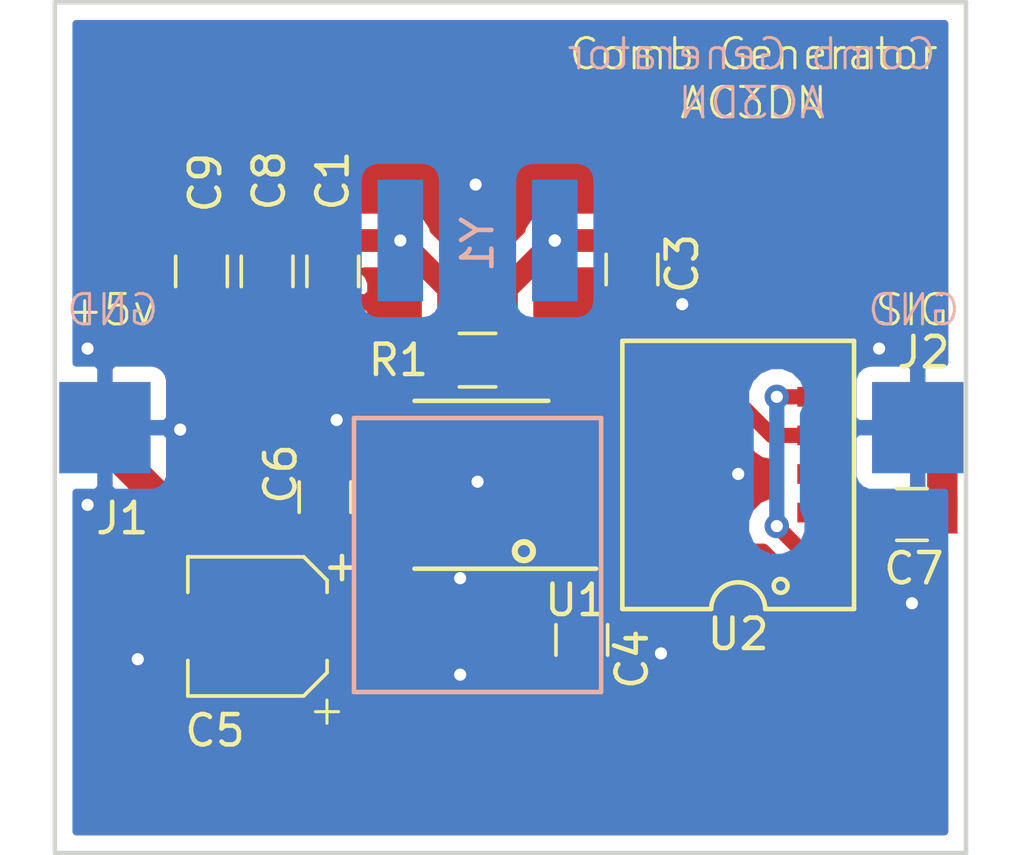
<source format=kicad_pcb>
(kicad_pcb (version 20171130) (host pcbnew "(5.0.1-3-g963ef8bb5)")

  (general
    (thickness 1.6)
    (drawings 12)
    (tracks 82)
    (zones 0)
    (modules 14)
    (nets 21)
  )

  (page A4)
  (layers
    (0 F.Cu signal)
    (31 B.Cu signal)
    (32 B.Adhes user)
    (33 F.Adhes user)
    (34 B.Paste user)
    (35 F.Paste user)
    (36 B.SilkS user)
    (37 F.SilkS user)
    (38 B.Mask user)
    (39 F.Mask user)
    (40 Dwgs.User user)
    (41 Cmts.User user)
    (42 Eco1.User user)
    (43 Eco2.User user)
    (44 Edge.Cuts user)
    (45 Margin user)
    (46 B.CrtYd user)
    (47 F.CrtYd user)
    (48 B.Fab user)
    (49 F.Fab user)
  )

  (setup
    (last_trace_width 0.25)
    (user_trace_width 0.5)
    (user_trace_width 0.75)
    (trace_clearance 0.2)
    (zone_clearance 0.508)
    (zone_45_only no)
    (trace_min 0.2)
    (segment_width 0.2)
    (edge_width 0.15)
    (via_size 0.8)
    (via_drill 0.4)
    (via_min_size 0.4)
    (via_min_drill 0.3)
    (uvia_size 0.3)
    (uvia_drill 0.1)
    (uvias_allowed no)
    (uvia_min_size 0.2)
    (uvia_min_drill 0.1)
    (pcb_text_width 0.3)
    (pcb_text_size 1.5 1.5)
    (mod_edge_width 0.15)
    (mod_text_size 1 1)
    (mod_text_width 0.15)
    (pad_size 1.5 4)
    (pad_drill 0)
    (pad_to_mask_clearance 0.051)
    (solder_mask_min_width 0.25)
    (aux_axis_origin 0 0)
    (visible_elements FFFFFF7F)
    (pcbplotparams
      (layerselection 0x010fc_ffffffff)
      (usegerberextensions true)
      (usegerberattributes false)
      (usegerberadvancedattributes false)
      (creategerberjobfile false)
      (excludeedgelayer true)
      (linewidth 0.100000)
      (plotframeref false)
      (viasonmask false)
      (mode 1)
      (useauxorigin false)
      (hpglpennumber 1)
      (hpglpenspeed 20)
      (hpglpendiameter 15.000000)
      (psnegative false)
      (psa4output false)
      (plotreference true)
      (plotvalue true)
      (plotinvisibletext false)
      (padsonsilk false)
      (subtractmaskfromsilk false)
      (outputformat 1)
      (mirror false)
      (drillshape 0)
      (scaleselection 1)
      (outputdirectory "/Users/r-w/git/KiCad_Projects/CombGenerator/gerber/"))
  )

  (net 0 "")
  (net 1 GND)
  (net 2 "Net-(C1-Pad1)")
  (net 3 /Vcc)
  (net 4 "Net-(C7-Pad1)")
  (net 5 "Net-(C7-Pad2)")
  (net 6 "Net-(U1-Pad15)")
  (net 7 "Net-(U1-Pad14)")
  (net 8 "Net-(U1-Pad13)")
  (net 9 "Net-(U1-Pad9)")
  (net 10 "Net-(U1-Pad7)")
  (net 11 "Net-(U1-Pad6)")
  (net 12 "Net-(U1-Pad5)")
  (net 13 "Net-(U1-Pad4)")
  (net 14 "Net-(U1-Pad3)")
  (net 15 "Net-(U1-Pad2)")
  (net 16 "Net-(U1-Pad1)")
  (net 17 "Net-(U2-Pad2)")
  (net 18 "Net-(U2-Pad4)")
  (net 19 "Net-(U2-Pad10)")
  (net 20 "Net-(C3-Pad1)")

  (net_class Default "This is the default net class."
    (clearance 0.2)
    (trace_width 0.25)
    (via_dia 0.8)
    (via_drill 0.4)
    (uvia_dia 0.3)
    (uvia_drill 0.1)
    (add_net /Vcc)
    (add_net GND)
    (add_net "Net-(C1-Pad1)")
    (add_net "Net-(C3-Pad1)")
    (add_net "Net-(C7-Pad1)")
    (add_net "Net-(C7-Pad2)")
    (add_net "Net-(U1-Pad1)")
    (add_net "Net-(U1-Pad13)")
    (add_net "Net-(U1-Pad14)")
    (add_net "Net-(U1-Pad15)")
    (add_net "Net-(U1-Pad2)")
    (add_net "Net-(U1-Pad3)")
    (add_net "Net-(U1-Pad4)")
    (add_net "Net-(U1-Pad5)")
    (add_net "Net-(U1-Pad6)")
    (add_net "Net-(U1-Pad7)")
    (add_net "Net-(U1-Pad9)")
    (add_net "Net-(U2-Pad10)")
    (add_net "Net-(U2-Pad2)")
    (add_net "Net-(U2-Pad4)")
  )

  (module CombGenerator:Resonator (layer F.Cu) (tedit 5BF51690) (tstamp 5BF4409A)
    (at 134.8105 82.677 180)
    (path /5BF3C2BC)
    (fp_text reference Y1 (at 0 5.588 90) (layer B.SilkS)
      (effects (font (size 1 1) (thickness 0.15)) (justify mirror))
    )
    (fp_text value 400KHz (at 0 -7.366 180) (layer B.Fab)
      (effects (font (size 1 1) (thickness 0.15)))
    )
    (fp_line (start -4.064 -9.144) (end 4.064 -9.144) (layer B.SilkS) (width 0.15))
    (fp_line (start 4.064 -9.144) (end 4.064 -0.127) (layer B.SilkS) (width 0.15))
    (fp_line (start 4.064 -0.127) (end -4.064 -0.127) (layer B.SilkS) (width 0.15))
    (fp_line (start -4.064 -0.127) (end -4.064 -9.144) (layer B.SilkS) (width 0.15))
    (pad 1 smd rect (at -2.54 5.715 180) (size 1.5 4) (layers B.Cu B.Paste B.Mask)
      (net 20 "Net-(C3-Pad1)"))
    (pad 2 smd rect (at 2.54 5.715 180) (size 1.5 4) (layers B.Cu B.Paste B.Mask)
      (net 2 "Net-(C1-Pad1)"))
  )

  (module CombGenerator:74AC00 (layer F.Cu) (tedit 5BF433CF) (tstamp 5BF43AFF)
    (at 143.383 84.6455 90)
    (path /5BF3B62C)
    (fp_text reference U2 (at -5.2705 0) (layer F.SilkS)
      (effects (font (size 1 1) (thickness 0.15)))
    )
    (fp_text value 7400 (at 0 0 90) (layer F.Fab)
      (effects (font (size 1 1) (thickness 0.15)))
    )
    (fp_circle (center -3.683 1.397) (end -3.4925 1.524) (layer F.SilkS) (width 0.15))
    (fp_line (start 4.3815 3.81) (end 4.3815 -3.81) (layer F.SilkS) (width 0.15))
    (fp_line (start -4.445 3.81) (end 4.3815 3.81) (layer F.SilkS) (width 0.15))
    (fp_line (start -4.445 0.889) (end -4.445 3.81) (layer F.SilkS) (width 0.15))
    (fp_line (start -4.445 -3.81) (end 4.318 -3.81) (layer F.SilkS) (width 0.15))
    (fp_line (start -4.445 -0.889) (end -4.445 -3.81) (layer F.SilkS) (width 0.15))
    (fp_arc (start -4.445 0) (end -4.445 0.889) (angle -180) (layer F.SilkS) (width 0.15))
    (pad 14 smd rect (at -3.81 -2.794 90) (size 0.65 1.7) (layers F.Cu F.Paste F.Mask)
      (net 3 /Vcc))
    (pad 13 smd rect (at -2.54 -2.794 90) (size 0.65 1.7) (layers F.Cu F.Paste F.Mask)
      (net 10 "Net-(U1-Pad7)"))
    (pad 12 smd rect (at -1.27 -2.794 90) (size 0.65 1.7) (layers F.Cu F.Paste F.Mask)
      (net 10 "Net-(U1-Pad7)"))
    (pad 11 smd rect (at 0 -2.794 90) (size 0.65 1.7) (layers F.Cu F.Paste F.Mask)
      (net 19 "Net-(U2-Pad10)"))
    (pad 10 smd rect (at 1.27 -2.794 90) (size 0.65 1.7) (layers F.Cu F.Paste F.Mask)
      (net 19 "Net-(U2-Pad10)"))
    (pad 9 smd rect (at 2.54 -2.794 90) (size 0.65 1.7) (layers F.Cu F.Paste F.Mask)
      (net 19 "Net-(U2-Pad10)"))
    (pad 8 smd rect (at 3.81 -2.794 90) (size 0.65 1.7) (layers F.Cu F.Paste F.Mask)
      (net 18 "Net-(U2-Pad4)"))
    (pad 7 smd rect (at 3.81 2.794 90) (size 0.65 1.7) (layers F.Cu F.Paste F.Mask)
      (net 1 GND))
    (pad 6 smd rect (at 2.54 2.794 90) (size 0.65 1.7) (layers F.Cu F.Paste F.Mask)
      (net 17 "Net-(U2-Pad2)"))
    (pad 5 smd rect (at 1.27 2.794 90) (size 0.65 1.7) (layers F.Cu F.Paste F.Mask)
      (net 18 "Net-(U2-Pad4)"))
    (pad 4 smd rect (at 0 2.794 90) (size 0.65 1.7) (layers F.Cu F.Paste F.Mask)
      (net 18 "Net-(U2-Pad4)"))
    (pad 3 smd rect (at -1.27 2.794 90) (size 0.65 1.7) (layers F.Cu F.Paste F.Mask)
      (net 5 "Net-(C7-Pad2)"))
    (pad 2 smd rect (at -2.54 2.794 90) (size 0.65 1.7) (layers F.Cu F.Paste F.Mask)
      (net 17 "Net-(U2-Pad2)"))
    (pad 1 smd rect (at -3.81 2.794 90) (size 0.65 1.7) (layers F.Cu F.Paste F.Mask)
      (net 10 "Net-(U1-Pad7)"))
  )

  (module Capacitors_SMD:C_0805 (layer F.Cu) (tedit 58AA8463) (tstamp 5BF43A45)
    (at 130.048 77.978 270)
    (descr "Capacitor SMD 0805, reflow soldering, AVX (see smccp.pdf)")
    (tags "capacitor 0805")
    (path /5BF3C6EA)
    (attr smd)
    (fp_text reference C1 (at -2.9845 0 270) (layer F.SilkS)
      (effects (font (size 1 1) (thickness 0.15)))
    )
    (fp_text value 180pF (at -4.318 0.0635 270) (layer F.Fab)
      (effects (font (size 1 1) (thickness 0.15)))
    )
    (fp_line (start 1.75 0.87) (end -1.75 0.87) (layer F.CrtYd) (width 0.05))
    (fp_line (start 1.75 0.87) (end 1.75 -0.88) (layer F.CrtYd) (width 0.05))
    (fp_line (start -1.75 -0.88) (end -1.75 0.87) (layer F.CrtYd) (width 0.05))
    (fp_line (start -1.75 -0.88) (end 1.75 -0.88) (layer F.CrtYd) (width 0.05))
    (fp_line (start -0.5 0.85) (end 0.5 0.85) (layer F.SilkS) (width 0.12))
    (fp_line (start 0.5 -0.85) (end -0.5 -0.85) (layer F.SilkS) (width 0.12))
    (fp_line (start -1 -0.62) (end 1 -0.62) (layer F.Fab) (width 0.1))
    (fp_line (start 1 -0.62) (end 1 0.62) (layer F.Fab) (width 0.1))
    (fp_line (start 1 0.62) (end -1 0.62) (layer F.Fab) (width 0.1))
    (fp_line (start -1 0.62) (end -1 -0.62) (layer F.Fab) (width 0.1))
    (fp_text user %R (at -2.9845 0.0635 270) (layer F.Fab)
      (effects (font (size 1 1) (thickness 0.15)))
    )
    (pad 2 smd rect (at 1 0 270) (size 1 1.25) (layers F.Cu F.Paste F.Mask)
      (net 1 GND))
    (pad 1 smd rect (at -1 0 270) (size 1 1.25) (layers F.Cu F.Paste F.Mask)
      (net 2 "Net-(C1-Pad1)"))
    (model Capacitors_SMD.3dshapes/C_0805.wrl
      (at (xyz 0 0 0))
      (scale (xyz 1 1 1))
      (rotate (xyz 0 0 0))
    )
  )

  (module Capacitors_SMD:C_0805 (layer F.Cu) (tedit 58AA8463) (tstamp 5BF43A61)
    (at 139.8905 77.9145 270)
    (descr "Capacitor SMD 0805, reflow soldering, AVX (see smccp.pdf)")
    (tags "capacitor 0805")
    (path /5BF47984)
    (attr smd)
    (fp_text reference C3 (at -0.1905 -1.651 270) (layer F.SilkS)
      (effects (font (size 1 1) (thickness 0.15)))
    )
    (fp_text value 220pF (at -1.905 -1.651 270) (layer F.Fab)
      (effects (font (size 1 1) (thickness 0.15)))
    )
    (fp_line (start 1.75 0.87) (end -1.75 0.87) (layer F.CrtYd) (width 0.05))
    (fp_line (start 1.75 0.87) (end 1.75 -0.88) (layer F.CrtYd) (width 0.05))
    (fp_line (start -1.75 -0.88) (end -1.75 0.87) (layer F.CrtYd) (width 0.05))
    (fp_line (start -1.75 -0.88) (end 1.75 -0.88) (layer F.CrtYd) (width 0.05))
    (fp_line (start -0.5 0.85) (end 0.5 0.85) (layer F.SilkS) (width 0.12))
    (fp_line (start 0.5 -0.85) (end -0.5 -0.85) (layer F.SilkS) (width 0.12))
    (fp_line (start -1 -0.62) (end 1 -0.62) (layer F.Fab) (width 0.1))
    (fp_line (start 1 -0.62) (end 1 0.62) (layer F.Fab) (width 0.1))
    (fp_line (start 1 0.62) (end -1 0.62) (layer F.Fab) (width 0.1))
    (fp_line (start -1 0.62) (end -1 -0.62) (layer F.Fab) (width 0.1))
    (fp_text user %R (at -0.127 -1.651 270) (layer F.Fab)
      (effects (font (size 1 1) (thickness 0.15)))
    )
    (pad 2 smd rect (at 1 0 270) (size 1 1.25) (layers F.Cu F.Paste F.Mask)
      (net 1 GND))
    (pad 1 smd rect (at -1 0 270) (size 1 1.25) (layers F.Cu F.Paste F.Mask)
      (net 20 "Net-(C3-Pad1)"))
    (model Capacitors_SMD.3dshapes/C_0805.wrl
      (at (xyz 0 0 0))
      (scale (xyz 1 1 1))
      (rotate (xyz 0 0 0))
    )
  )

  (module Capacitors_SMD:C_0805 (layer F.Cu) (tedit 58AA8463) (tstamp 5BF43A72)
    (at 138.2395 90.1065 270)
    (descr "Capacitor SMD 0805, reflow soldering, AVX (see smccp.pdf)")
    (tags "capacitor 0805")
    (path /5BF4337E)
    (attr smd)
    (fp_text reference C4 (at 0.635 -1.651 270) (layer F.SilkS)
      (effects (font (size 1 1) (thickness 0.15)))
    )
    (fp_text value 47nF (at 1.016 -1.651 270) (layer F.Fab)
      (effects (font (size 1 1) (thickness 0.15)))
    )
    (fp_text user %R (at 0.635 -1.651 270) (layer F.Fab)
      (effects (font (size 1 1) (thickness 0.15)))
    )
    (fp_line (start -1 0.62) (end -1 -0.62) (layer F.Fab) (width 0.1))
    (fp_line (start 1 0.62) (end -1 0.62) (layer F.Fab) (width 0.1))
    (fp_line (start 1 -0.62) (end 1 0.62) (layer F.Fab) (width 0.1))
    (fp_line (start -1 -0.62) (end 1 -0.62) (layer F.Fab) (width 0.1))
    (fp_line (start 0.5 -0.85) (end -0.5 -0.85) (layer F.SilkS) (width 0.12))
    (fp_line (start -0.5 0.85) (end 0.5 0.85) (layer F.SilkS) (width 0.12))
    (fp_line (start -1.75 -0.88) (end 1.75 -0.88) (layer F.CrtYd) (width 0.05))
    (fp_line (start -1.75 -0.88) (end -1.75 0.87) (layer F.CrtYd) (width 0.05))
    (fp_line (start 1.75 0.87) (end 1.75 -0.88) (layer F.CrtYd) (width 0.05))
    (fp_line (start 1.75 0.87) (end -1.75 0.87) (layer F.CrtYd) (width 0.05))
    (pad 1 smd rect (at -1 0 270) (size 1 1.25) (layers F.Cu F.Paste F.Mask)
      (net 3 /Vcc))
    (pad 2 smd rect (at 1 0 270) (size 1 1.25) (layers F.Cu F.Paste F.Mask)
      (net 1 GND))
    (model Capacitors_SMD.3dshapes/C_0805.wrl
      (at (xyz 0 0 0))
      (scale (xyz 1 1 1))
      (rotate (xyz 0 0 0))
    )
  )

  (module CombGenerator:CP_Elec_4x5.8 (layer F.Cu) (tedit 58AA8627) (tstamp 5BF43A8E)
    (at 127.5715 89.662 180)
    (descr "SMT capacitor, aluminium electrolytic, 4x5.8")
    (path /5BF3CA1A)
    (attr smd)
    (fp_text reference C5 (at 1.397 -3.429 180) (layer F.SilkS)
      (effects (font (size 1 1) (thickness 0.15)))
    )
    (fp_text value 3.3uF (at 0 -3.54 180) (layer F.Fab)
      (effects (font (size 1 1) (thickness 0.15)))
    )
    (fp_line (start 3.35 2.38) (end -3.35 2.38) (layer F.CrtYd) (width 0.05))
    (fp_line (start 3.35 2.38) (end 3.35 -2.39) (layer F.CrtYd) (width 0.05))
    (fp_line (start -3.35 -2.39) (end -3.35 2.38) (layer F.CrtYd) (width 0.05))
    (fp_line (start -3.35 -2.39) (end 3.35 -2.39) (layer F.CrtYd) (width 0.05))
    (fp_line (start -1.52 -2.29) (end -2.29 -1.52) (layer F.SilkS) (width 0.12))
    (fp_line (start -1.52 -2.29) (end 2.29 -2.29) (layer F.SilkS) (width 0.12))
    (fp_line (start -1.52 2.29) (end -2.29 1.52) (layer F.SilkS) (width 0.12))
    (fp_line (start -1.52 2.29) (end 2.29 2.29) (layer F.SilkS) (width 0.12))
    (fp_line (start -2.29 -1.52) (end -2.29 -1.12) (layer F.SilkS) (width 0.12))
    (fp_line (start 2.29 -2.29) (end 2.29 -1.12) (layer F.SilkS) (width 0.12))
    (fp_line (start 2.29 2.29) (end 2.29 1.12) (layer F.SilkS) (width 0.12))
    (fp_line (start -2.29 1.52) (end -2.29 1.12) (layer F.SilkS) (width 0.12))
    (fp_line (start 2.13 -2.13) (end -1.46 -2.13) (layer F.Fab) (width 0.1))
    (fp_line (start -1.46 -2.13) (end -2.13 -1.46) (layer F.Fab) (width 0.1))
    (fp_line (start -2.13 -1.46) (end -2.13 1.46) (layer F.Fab) (width 0.1))
    (fp_line (start -2.13 1.46) (end -1.46 2.13) (layer F.Fab) (width 0.1))
    (fp_line (start -1.46 2.13) (end 2.13 2.13) (layer F.Fab) (width 0.1))
    (fp_line (start 2.13 2.13) (end 2.13 -2.13) (layer F.Fab) (width 0.1))
    (fp_text user %R (at 1.397 -3.429 180) (layer F.Fab)
      (effects (font (size 1 1) (thickness 0.15)))
    )
    (fp_text user + (at -2.78 2.01 180) (layer F.SilkS)
      (effects (font (size 1 1) (thickness 0.15)))
    )
    (fp_text user + (at -1.12 -0.06 180) (layer F.Fab)
      (effects (font (size 1 1) (thickness 0.15)))
    )
    (fp_circle (center 0 0) (end 0 2) (layer F.Fab) (width 0.1))
    (pad 2 smd rect (at 1.8 0) (size 2.6 1.6) (layers F.Cu F.Paste F.Mask)
      (net 1 GND))
    (pad 1 smd rect (at -1.8 0) (size 2.6 1.6) (layers F.Cu F.Paste F.Mask)
      (net 3 /Vcc))
    (model Capacitors_SMD.3dshapes/CP_Elec_4x5.8.wrl
      (at (xyz 0 0 0))
      (scale (xyz 1 1 1))
      (rotate (xyz 0 0 180))
    )
  )

  (module Capacitors_SMD:C_0805 (layer F.Cu) (tedit 58AA8463) (tstamp 5BF43A9F)
    (at 129.794 85.4075 90)
    (descr "Capacitor SMD 0805, reflow soldering, AVX (see smccp.pdf)")
    (tags "capacitor 0805")
    (path /5BF5748E)
    (attr smd)
    (fp_text reference C6 (at 0.762 -1.4605 90) (layer F.SilkS)
      (effects (font (size 1 1) (thickness 0.15)))
    )
    (fp_text value 47nF (at 1.397 -1.4605 90) (layer F.Fab)
      (effects (font (size 1 1) (thickness 0.15)))
    )
    (fp_line (start 1.75 0.87) (end -1.75 0.87) (layer F.CrtYd) (width 0.05))
    (fp_line (start 1.75 0.87) (end 1.75 -0.88) (layer F.CrtYd) (width 0.05))
    (fp_line (start -1.75 -0.88) (end -1.75 0.87) (layer F.CrtYd) (width 0.05))
    (fp_line (start -1.75 -0.88) (end 1.75 -0.88) (layer F.CrtYd) (width 0.05))
    (fp_line (start -0.5 0.85) (end 0.5 0.85) (layer F.SilkS) (width 0.12))
    (fp_line (start 0.5 -0.85) (end -0.5 -0.85) (layer F.SilkS) (width 0.12))
    (fp_line (start -1 -0.62) (end 1 -0.62) (layer F.Fab) (width 0.1))
    (fp_line (start 1 -0.62) (end 1 0.62) (layer F.Fab) (width 0.1))
    (fp_line (start 1 0.62) (end -1 0.62) (layer F.Fab) (width 0.1))
    (fp_line (start -1 0.62) (end -1 -0.62) (layer F.Fab) (width 0.1))
    (fp_text user %R (at 0.762 -1.397 90) (layer F.Fab)
      (effects (font (size 1 1) (thickness 0.15)))
    )
    (pad 2 smd rect (at 1 0 90) (size 1 1.25) (layers F.Cu F.Paste F.Mask)
      (net 1 GND))
    (pad 1 smd rect (at -1 0 90) (size 1 1.25) (layers F.Cu F.Paste F.Mask)
      (net 3 /Vcc))
    (model Capacitors_SMD.3dshapes/C_0805.wrl
      (at (xyz 0 0 0))
      (scale (xyz 1 1 1))
      (rotate (xyz 0 0 0))
    )
  )

  (module Capacitors_SMD:C_0805 (layer F.Cu) (tedit 5BF4DD6F) (tstamp 5BF43AB0)
    (at 149.098 85.979 180)
    (descr "Capacitor SMD 0805, reflow soldering, AVX (see smccp.pdf)")
    (tags "capacitor 0805")
    (path /5BF5478B)
    (attr smd)
    (fp_text reference C7 (at -0.0635 -1.778 180) (layer F.SilkS)
      (effects (font (size 1 1) (thickness 0.15)))
    )
    (fp_text value 47nF (at 0.0635 -1.778 180) (layer F.Fab)
      (effects (font (size 1 1) (thickness 0.15)))
    )
    (fp_text user %R (at -0.0635 -1.778 180) (layer F.Fab)
      (effects (font (size 1 1) (thickness 0.15)))
    )
    (fp_line (start -1 0.62) (end -1 -0.62) (layer F.Fab) (width 0.1))
    (fp_line (start 1 0.62) (end -1 0.62) (layer F.Fab) (width 0.1))
    (fp_line (start 1 -0.62) (end 1 0.62) (layer F.Fab) (width 0.1))
    (fp_line (start -1 -0.62) (end 1 -0.62) (layer F.Fab) (width 0.1))
    (fp_line (start 0.5 -0.85) (end -0.5 -0.85) (layer F.SilkS) (width 0.12))
    (fp_line (start -0.5 0.85) (end 0.5 0.85) (layer F.SilkS) (width 0.12))
    (fp_line (start -1.75 -0.88) (end 1.75 -0.88) (layer F.CrtYd) (width 0.05))
    (fp_line (start -1.75 -0.88) (end -1.75 0.87) (layer F.CrtYd) (width 0.05))
    (fp_line (start 1.75 0.87) (end 1.75 -0.88) (layer F.CrtYd) (width 0.05))
    (fp_line (start 1.75 0.87) (end -1.75 0.87) (layer F.CrtYd) (width 0.05))
    (pad 1 smd rect (at -1 0 180) (size 1 1.25) (layers F.Cu F.Paste F.Mask)
      (net 4 "Net-(C7-Pad1)"))
    (pad 2 smd rect (at 1 0 180) (size 1 1.25) (layers F.Cu F.Paste F.Mask)
      (net 5 "Net-(C7-Pad2)"))
    (model Capacitors_SMD.3dshapes/C_0805.wrl
      (at (xyz 0 0 0))
      (scale (xyz 1 1 1))
      (rotate (xyz 0 0 0))
    )
  )

  (module CombGenerator:Pad_Power_RF (layer F.Cu) (tedit 5BF42F12) (tstamp 5BF43AB6)
    (at 122.555 83.1215 90)
    (path /5BF3D21F)
    (fp_text reference J1 (at -2.9845 0.5715 180) (layer F.SilkS)
      (effects (font (size 1 1) (thickness 0.15)))
    )
    (fp_text value Barrel_Jack (at 0.127 -2.6035 90) (layer F.Fab)
      (effects (font (size 1 1) (thickness 0.15)))
    )
    (pad 2 smd rect (at 0 0 90) (size 3 3) (layers B.Cu F.Paste F.Mask)
      (net 1 GND))
    (pad 1 smd rect (at 0 0 90) (size 3 3) (layers F.Cu F.Paste F.Mask)
      (net 3 /Vcc))
  )

  (module CombGenerator:Pad_Power_RF (layer F.Cu) (tedit 5BF42F12) (tstamp 5BF43ABC)
    (at 149.2885 83.1215 90)
    (path /5BF3CFDA)
    (fp_text reference J2 (at 2.4765 0.1905) (layer F.SilkS)
      (effects (font (size 1 1) (thickness 0.15)))
    )
    (fp_text value Conn_Coaxial (at 0 2.667 90) (layer F.Fab)
      (effects (font (size 1 1) (thickness 0.15)))
    )
    (pad 1 smd rect (at 0 0 90) (size 3 3) (layers F.Cu F.Paste F.Mask)
      (net 4 "Net-(C7-Pad1)"))
    (pad 2 smd rect (at 0 0 90) (size 3 3) (layers B.Cu F.Paste F.Mask)
      (net 1 GND))
  )

  (module Resistors_SMD:R_0805 (layer F.Cu) (tedit 5BF4DDD7) (tstamp 5BF43ACD)
    (at 134.8105 80.899 180)
    (descr "Resistor SMD 0805, reflow soldering, Vishay (see dcrcw.pdf)")
    (tags "resistor 0805")
    (path /5BF3C4DC)
    (attr smd)
    (fp_text reference R1 (at 2.6035 0 180) (layer F.SilkS)
      (effects (font (size 1 1) (thickness 0.15)))
    )
    (fp_text value 1M (at 2.6035 -0.0635 180) (layer F.Fab)
      (effects (font (size 1 1) (thickness 0.15)))
    )
    (fp_line (start 1.55 0.9) (end -1.55 0.9) (layer F.CrtYd) (width 0.05))
    (fp_line (start 1.55 0.9) (end 1.55 -0.9) (layer F.CrtYd) (width 0.05))
    (fp_line (start -1.55 -0.9) (end -1.55 0.9) (layer F.CrtYd) (width 0.05))
    (fp_line (start -1.55 -0.9) (end 1.55 -0.9) (layer F.CrtYd) (width 0.05))
    (fp_line (start -0.6 -0.88) (end 0.6 -0.88) (layer F.SilkS) (width 0.12))
    (fp_line (start 0.6 0.88) (end -0.6 0.88) (layer F.SilkS) (width 0.12))
    (fp_line (start -1 -0.62) (end 1 -0.62) (layer F.Fab) (width 0.1))
    (fp_line (start 1 -0.62) (end 1 0.62) (layer F.Fab) (width 0.1))
    (fp_line (start 1 0.62) (end -1 0.62) (layer F.Fab) (width 0.1))
    (fp_line (start -1 0.62) (end -1 -0.62) (layer F.Fab) (width 0.1))
    (fp_text user %R (at 0 0 180) (layer F.Fab)
      (effects (font (size 0.5 0.5) (thickness 0.075)))
    )
    (pad 2 smd rect (at 0.95 0 180) (size 0.7 1.3) (layers F.Cu F.Paste F.Mask)
      (net 2 "Net-(C1-Pad1)"))
    (pad 1 smd rect (at -0.95 0 180) (size 0.7 1.3) (layers F.Cu F.Paste F.Mask)
      (net 20 "Net-(C3-Pad1)"))
    (model ${KISYS3DMOD}/Resistors_SMD.3dshapes/R_0805.wrl
      (at (xyz 0 0 0))
      (scale (xyz 1 1 1))
      (rotate (xyz 0 0 0))
    )
  )

  (module CombGenerator:TSSOP-16_4.4x5mm_Pitch0.65mm (layer F.Cu) (tedit 54130A77) (tstamp 5BF43AED)
    (at 134.9375 84.963 180)
    (descr "16-Lead Plastic Thin Shrink Small Outline (ST)-4.4 mm Body [TSSOP] (see Microchip Packaging Specification 00000049BS.pdf)")
    (tags "SSOP 0.65")
    (path /5BF3B584)
    (attr smd)
    (fp_text reference U1 (at -3.098841 -3.835551 180) (layer F.SilkS)
      (effects (font (size 1 1) (thickness 0.15)))
    )
    (fp_text value 4060 (at 0.0635 -0.0635 180) (layer F.Fab)
      (effects (font (size 1 1) (thickness 0.15)))
    )
    (fp_text user %R (at 1.5875 -3.683 180) (layer F.Fab)
      (effects (font (size 0.8 0.8) (thickness 0.15)))
    )
    (fp_line (start -3.775 -2.8) (end 2.2 -2.8) (layer F.SilkS) (width 0.15))
    (fp_line (start -2.2 2.725) (end 2.2 2.725) (layer F.SilkS) (width 0.15))
    (fp_line (start -3.95 2.8) (end 3.95 2.8) (layer F.CrtYd) (width 0.05))
    (fp_line (start -3.95 -2.9) (end 3.95 -2.9) (layer F.CrtYd) (width 0.05))
    (fp_line (start 3.95 -2.9) (end 3.95 2.8) (layer F.CrtYd) (width 0.05))
    (fp_line (start -3.95 -2.9) (end -3.95 2.8) (layer F.CrtYd) (width 0.05))
    (fp_line (start -2.2 -1.5) (end -1.2 -2.5) (layer F.Fab) (width 0.15))
    (fp_line (start -2.2 2.5) (end -2.2 -1.5) (layer F.Fab) (width 0.15))
    (fp_line (start 2.2 2.5) (end -2.2 2.5) (layer F.Fab) (width 0.15))
    (fp_line (start 2.2 -2.5) (end 2.2 2.5) (layer F.Fab) (width 0.15))
    (fp_line (start -1.2 -2.5) (end 2.2 -2.5) (layer F.Fab) (width 0.15))
    (pad 16 smd rect (at 2.95 -2.275 180) (size 1.5 0.45) (layers F.Cu F.Paste F.Mask)
      (net 3 /Vcc))
    (pad 15 smd rect (at 2.95 -1.625 180) (size 1.5 0.45) (layers F.Cu F.Paste F.Mask)
      (net 6 "Net-(U1-Pad15)"))
    (pad 14 smd rect (at 2.95 -0.975 180) (size 1.5 0.45) (layers F.Cu F.Paste F.Mask)
      (net 7 "Net-(U1-Pad14)"))
    (pad 13 smd rect (at 2.95 -0.325 180) (size 1.5 0.45) (layers F.Cu F.Paste F.Mask)
      (net 8 "Net-(U1-Pad13)"))
    (pad 12 smd rect (at 2.95 0.325 180) (size 1.5 0.45) (layers F.Cu F.Paste F.Mask)
      (net 1 GND))
    (pad 11 smd rect (at 2.95 0.975 180) (size 1.5 0.45) (layers F.Cu F.Paste F.Mask)
      (net 20 "Net-(C3-Pad1)"))
    (pad 10 smd rect (at 2.95 1.625 180) (size 1.5 0.45) (layers F.Cu F.Paste F.Mask)
      (net 2 "Net-(C1-Pad1)"))
    (pad 9 smd rect (at 2.95 2.275 180) (size 1.5 0.45) (layers F.Cu F.Paste F.Mask)
      (net 9 "Net-(U1-Pad9)"))
    (pad 8 smd rect (at -2.95 2.275 180) (size 1.5 0.45) (layers F.Cu F.Paste F.Mask)
      (net 1 GND))
    (pad 7 smd rect (at -2.95 1.625 180) (size 1.5 0.45) (layers F.Cu F.Paste F.Mask)
      (net 10 "Net-(U1-Pad7)"))
    (pad 6 smd rect (at -2.95 0.975 180) (size 1.5 0.45) (layers F.Cu F.Paste F.Mask)
      (net 11 "Net-(U1-Pad6)"))
    (pad 5 smd rect (at -2.95 0.325 180) (size 1.5 0.45) (layers F.Cu F.Paste F.Mask)
      (net 12 "Net-(U1-Pad5)"))
    (pad 4 smd rect (at -2.95 -0.325 180) (size 1.5 0.45) (layers F.Cu F.Paste F.Mask)
      (net 13 "Net-(U1-Pad4)"))
    (pad 3 smd rect (at -2.95 -0.975 180) (size 1.5 0.45) (layers F.Cu F.Paste F.Mask)
      (net 14 "Net-(U1-Pad3)"))
    (pad 2 smd rect (at -2.95 -1.625 180) (size 1.5 0.45) (layers F.Cu F.Paste F.Mask)
      (net 15 "Net-(U1-Pad2)"))
    (pad 1 smd rect (at -2.95 -2.275 180) (size 1.5 0.45) (layers F.Cu F.Paste F.Mask)
      (net 16 "Net-(U1-Pad1)"))
    (model ${KISYS3DMOD}/Housings_SSOP.3dshapes/TSSOP-16_4.4x5mm_Pitch0.65mm.wrl
      (at (xyz 0 0 0))
      (scale (xyz 1 1 1))
      (rotate (xyz 0 0 0))
    )
  )

  (module Capacitors_SMD:C_0805 (layer F.Cu) (tedit 58AA8463) (tstamp 5BF4E96B)
    (at 127.889 77.978 270)
    (descr "Capacitor SMD 0805, reflow soldering, AVX (see smccp.pdf)")
    (tags "capacitor 0805")
    (path /5BF506E3)
    (attr smd)
    (fp_text reference C8 (at -2.9845 -0.0635 270) (layer F.SilkS)
      (effects (font (size 1 1) (thickness 0.15)))
    )
    (fp_text value 22pF (at -3.937 2.0955 270) (layer F.Fab)
      (effects (font (size 1 1) (thickness 0.15)))
    )
    (fp_line (start 1.75 0.87) (end -1.75 0.87) (layer F.CrtYd) (width 0.05))
    (fp_line (start 1.75 0.87) (end 1.75 -0.88) (layer F.CrtYd) (width 0.05))
    (fp_line (start -1.75 -0.88) (end -1.75 0.87) (layer F.CrtYd) (width 0.05))
    (fp_line (start -1.75 -0.88) (end 1.75 -0.88) (layer F.CrtYd) (width 0.05))
    (fp_line (start -0.5 0.85) (end 0.5 0.85) (layer F.SilkS) (width 0.12))
    (fp_line (start 0.5 -0.85) (end -0.5 -0.85) (layer F.SilkS) (width 0.12))
    (fp_line (start -1 -0.62) (end 1 -0.62) (layer F.Fab) (width 0.1))
    (fp_line (start 1 -0.62) (end 1 0.62) (layer F.Fab) (width 0.1))
    (fp_line (start 1 0.62) (end -1 0.62) (layer F.Fab) (width 0.1))
    (fp_line (start -1 0.62) (end -1 -0.62) (layer F.Fab) (width 0.1))
    (fp_text user %R (at -2.9845 -0.0635 270) (layer F.Fab)
      (effects (font (size 1 1) (thickness 0.15)))
    )
    (pad 2 smd rect (at 1 0 270) (size 1 1.25) (layers F.Cu F.Paste F.Mask)
      (net 1 GND))
    (pad 1 smd rect (at -1 0 270) (size 1 1.25) (layers F.Cu F.Paste F.Mask)
      (net 2 "Net-(C1-Pad1)"))
    (model Capacitors_SMD.3dshapes/C_0805.wrl
      (at (xyz 0 0 0))
      (scale (xyz 1 1 1))
      (rotate (xyz 0 0 0))
    )
  )

  (module Capacitors_SMD:C_0805 (layer F.Cu) (tedit 58AA8463) (tstamp 5BF4E97C)
    (at 125.73 77.978 270)
    (descr "Capacitor SMD 0805, reflow soldering, AVX (see smccp.pdf)")
    (tags "capacitor 0805")
    (path /5BF5081F)
    (attr smd)
    (fp_text reference C9 (at -2.921 -0.127 270) (layer F.SilkS)
      (effects (font (size 1 1) (thickness 0.15)))
    )
    (fp_text value 22pF (at -3.937 -0.0635 270) (layer F.Fab)
      (effects (font (size 1 1) (thickness 0.15)))
    )
    (fp_text user %R (at -2.9845 0 270) (layer F.Fab)
      (effects (font (size 1 1) (thickness 0.15)))
    )
    (fp_line (start -1 0.62) (end -1 -0.62) (layer F.Fab) (width 0.1))
    (fp_line (start 1 0.62) (end -1 0.62) (layer F.Fab) (width 0.1))
    (fp_line (start 1 -0.62) (end 1 0.62) (layer F.Fab) (width 0.1))
    (fp_line (start -1 -0.62) (end 1 -0.62) (layer F.Fab) (width 0.1))
    (fp_line (start 0.5 -0.85) (end -0.5 -0.85) (layer F.SilkS) (width 0.12))
    (fp_line (start -0.5 0.85) (end 0.5 0.85) (layer F.SilkS) (width 0.12))
    (fp_line (start -1.75 -0.88) (end 1.75 -0.88) (layer F.CrtYd) (width 0.05))
    (fp_line (start -1.75 -0.88) (end -1.75 0.87) (layer F.CrtYd) (width 0.05))
    (fp_line (start 1.75 0.87) (end 1.75 -0.88) (layer F.CrtYd) (width 0.05))
    (fp_line (start 1.75 0.87) (end -1.75 0.87) (layer F.CrtYd) (width 0.05))
    (pad 1 smd rect (at -1 0 270) (size 1 1.25) (layers F.Cu F.Paste F.Mask)
      (net 2 "Net-(C1-Pad1)"))
    (pad 2 smd rect (at 1 0 270) (size 1 1.25) (layers F.Cu F.Paste F.Mask)
      (net 1 GND))
    (model Capacitors_SMD.3dshapes/C_0805.wrl
      (at (xyz 0 0 0))
      (scale (xyz 1 1 1))
      (rotate (xyz 0 0 0))
    )
  )

  (gr_circle (center 136.3345 87.1855) (end 136.6345 87.1855) (layer F.SilkS) (width 0.2))
  (gr_text + (at 129.8575 92.3925) (layer F.SilkS)
    (effects (font (size 1 1) (thickness 0.1)))
  )
  (gr_text GND (at 149.1615 79.248) (layer B.SilkS)
    (effects (font (size 1 1) (thickness 0.1)) (justify mirror))
  )
  (gr_text SIG (at 149.098 79.248) (layer F.SilkS)
    (effects (font (size 1 1) (thickness 0.1)))
  )
  (gr_text GND (at 122.809 79.248) (layer B.SilkS)
    (effects (font (size 1 1) (thickness 0.1)) (justify mirror))
  )
  (gr_text +5v (at 122.7455 79.248) (layer F.SilkS)
    (effects (font (size 1 1) (thickness 0.1)))
  )
  (gr_text "Comb Generator\nAC3DN" (at 143.8275 71.628) (layer B.SilkS)
    (effects (font (size 1 1) (thickness 0.1)) (justify mirror))
  )
  (gr_text "Comb Generator\nAC3DN" (at 143.891 71.628) (layer F.SilkS) (tstamp 5BF508E1)
    (effects (font (size 1 1) (thickness 0.1)))
  )
  (gr_line (start 120.904 97.1215) (end 120.904 69.1215) (layer Edge.Cuts) (width 0.15))
  (gr_line (start 150.876 97.1215) (end 120.9675 97.1215) (layer Edge.Cuts) (width 0.15))
  (gr_line (start 150.876 69.1215) (end 150.876 97.1215) (layer Edge.Cuts) (width 0.15))
  (gr_line (start 120.904 69.1215) (end 150.876 69.1215) (layer Edge.Cuts) (width 0.15))

  (via (at 125.0315 83.185) (size 0.8) (drill 0.4) (layers F.Cu B.Cu) (net 1))
  (via (at 121.9835 80.518) (size 0.8) (drill 0.4) (layers F.Cu B.Cu) (net 1))
  (via (at 121.9835 85.6615) (size 0.8) (drill 0.4) (layers F.Cu B.Cu) (net 1))
  (via (at 148.0185 80.518) (size 0.8) (drill 0.4) (layers F.Cu B.Cu) (net 1))
  (via (at 141.5415 79.0575) (size 0.8) (drill 0.4) (layers F.Cu B.Cu) (net 1))
  (via (at 134.239 88.0745) (size 0.8) (drill 0.4) (layers F.Cu B.Cu) (net 1))
  (via (at 123.6345 90.7415) (size 0.8) (drill 0.4) (layers F.Cu B.Cu) (net 1))
  (via (at 140.843 90.551) (size 0.8) (drill 0.4) (layers F.Cu B.Cu) (net 1))
  (via (at 143.383 84.6455) (size 0.8) (drill 0.4) (layers F.Cu B.Cu) (net 1))
  (via (at 134.239 91.2495) (size 0.8) (drill 0.4) (layers F.Cu B.Cu) (net 1))
  (via (at 130.175 82.8675) (size 0.8) (drill 0.4) (layers F.Cu B.Cu) (net 1))
  (via (at 134.8105 84.8995) (size 0.8) (drill 0.4) (layers F.Cu B.Cu) (net 1))
  (via (at 149.098 88.9) (size 0.8) (drill 0.4) (layers F.Cu B.Cu) (net 1))
  (segment (start 137.8875 80.7925) (end 137.8875 82.537999) (width 0.75) (layer F.Cu) (net 1))
  (segment (start 139.7655 78.9145) (end 137.8875 80.7925) (width 0.75) (layer F.Cu) (net 1))
  (segment (start 139.8905 78.9145) (end 139.7655 78.9145) (width 0.75) (layer F.Cu) (net 1))
  (segment (start 130.0245 84.638) (end 131.9875 84.638) (width 0.25) (layer F.Cu) (net 1))
  (segment (start 129.794 84.4075) (end 130.0245 84.638) (width 0.25) (layer F.Cu) (net 1))
  (via (at 134.747 75.1205) (size 0.8) (drill 0.4) (layers F.Cu B.Cu) (net 1))
  (via (at 132.2705 76.962) (size 0.8) (drill 0.4) (layers F.Cu B.Cu) (net 2))
  (segment (start 132.2545 76.978) (end 132.2705 76.962) (width 1) (layer F.Cu) (net 2))
  (segment (start 133.8605 80.899) (end 133.8605 82.5475) (width 0.25) (layer F.Cu) (net 2))
  (segment (start 133.07 83.338) (end 131.9875 83.338) (width 0.25) (layer F.Cu) (net 2))
  (segment (start 133.8605 82.5475) (end 133.07 83.338) (width 0.25) (layer F.Cu) (net 2))
  (segment (start 133.8605 78.552) (end 132.2705 76.962) (width 0.75) (layer F.Cu) (net 2))
  (segment (start 133.8605 80.899) (end 133.8605 78.552) (width 0.75) (layer F.Cu) (net 2))
  (segment (start 130.064 76.962) (end 130.048 76.978) (width 0.75) (layer F.Cu) (net 2))
  (segment (start 132.2705 76.962) (end 130.064 76.962) (width 0.75) (layer F.Cu) (net 2))
  (segment (start 130.048 76.978) (end 127.889 76.978) (width 0.75) (layer F.Cu) (net 2))
  (segment (start 127.889 76.978) (end 125.73 76.978) (width 0.75) (layer F.Cu) (net 2))
  (segment (start 128.169 86.4075) (end 129.794 86.4075) (width 1) (layer F.Cu) (net 3))
  (segment (start 125.319498 86.4075) (end 128.169 86.4075) (width 1) (layer F.Cu) (net 3))
  (segment (start 122.555 83.643002) (end 125.319498 86.4075) (width 1) (layer F.Cu) (net 3))
  (segment (start 122.555 83.1215) (end 122.555 83.643002) (width 1) (layer F.Cu) (net 3))
  (segment (start 129.794 89.2395) (end 129.3715 89.662) (width 1) (layer F.Cu) (net 3))
  (segment (start 129.794 86.4075) (end 129.794 89.2395) (width 1) (layer F.Cu) (net 3))
  (segment (start 137.684 89.662) (end 138.2395 89.1065) (width 1) (layer F.Cu) (net 3))
  (segment (start 129.3715 89.662) (end 137.684 89.662) (width 1) (layer F.Cu) (net 3))
  (segment (start 130.877499 87.263001) (end 131.9875 87.263001) (width 0.5) (layer F.Cu) (net 3))
  (segment (start 130.774501 87.263001) (end 130.877499 87.263001) (width 0.5) (layer F.Cu) (net 3))
  (segment (start 129.919 86.4075) (end 130.774501 87.263001) (width 0.5) (layer F.Cu) (net 3))
  (segment (start 129.794 86.4075) (end 129.919 86.4075) (width 0.5) (layer F.Cu) (net 3))
  (segment (start 139.938 89.1065) (end 140.589 88.4555) (width 1) (layer F.Cu) (net 3))
  (segment (start 138.2395 89.1065) (end 139.938 89.1065) (width 1) (layer F.Cu) (net 3))
  (segment (start 150.098 83.931) (end 149.2885 83.1215) (width 1) (layer F.Cu) (net 4))
  (segment (start 150.098 85.979) (end 150.098 83.931) (width 1) (layer F.Cu) (net 4))
  (segment (start 148.0345 85.9155) (end 148.098 85.979) (width 0.5) (layer F.Cu) (net 5))
  (segment (start 146.177 85.9155) (end 148.0345 85.9155) (width 0.5) (layer F.Cu) (net 5))
  (segment (start 145.461998 88.4555) (end 146.177 88.4555) (width 0.5) (layer F.Cu) (net 10))
  (segment (start 144.191998 87.1855) (end 145.461998 88.4555) (width 0.5) (layer F.Cu) (net 10))
  (segment (start 140.589 87.1855) (end 144.191998 87.1855) (width 0.5) (layer F.Cu) (net 10))
  (segment (start 140.589 85.9155) (end 140.589 87.1855) (width 0.5) (layer F.Cu) (net 10))
  (segment (start 139.192 85.471) (end 139.6365 85.9155) (width 0.25) (layer F.Cu) (net 10))
  (segment (start 139.192 83.6425) (end 139.192 85.471) (width 0.25) (layer F.Cu) (net 10))
  (segment (start 139.6365 85.9155) (end 140.589 85.9155) (width 0.25) (layer F.Cu) (net 10))
  (segment (start 138.8875 83.338) (end 139.192 83.6425) (width 0.25) (layer F.Cu) (net 10))
  (segment (start 137.8875 83.338) (end 138.8875 83.338) (width 0.25) (layer F.Cu) (net 10))
  (segment (start 146.702 87.1855) (end 146.177 87.1855) (width 0.25) (layer F.Cu) (net 17))
  (segment (start 146.177 82.1055) (end 146.702 82.1055) (width 0.25) (layer F.Cu) (net 17))
  (via (at 144.653 82.1055) (size 0.8) (drill 0.4) (layers F.Cu B.Cu) (net 17))
  (segment (start 146.177 82.1055) (end 144.653 82.1055) (width 0.5) (layer F.Cu) (net 17))
  (segment (start 144.653 82.1055) (end 144.653 86.36) (width 0.5) (layer B.Cu) (net 17))
  (via (at 144.653 86.36) (size 0.8) (drill 0.4) (layers F.Cu B.Cu) (net 17))
  (segment (start 145.4785 87.1855) (end 144.653 86.36) (width 0.5) (layer F.Cu) (net 17))
  (segment (start 146.177 87.1855) (end 145.4785 87.1855) (width 0.5) (layer F.Cu) (net 17))
  (segment (start 144.827 83.3755) (end 146.177 83.3755) (width 0.5) (layer F.Cu) (net 18))
  (segment (start 144.479 83.3755) (end 144.827 83.3755) (width 0.5) (layer F.Cu) (net 18))
  (segment (start 141.939 80.8355) (end 144.479 83.3755) (width 0.5) (layer F.Cu) (net 18))
  (segment (start 140.589 80.8355) (end 141.939 80.8355) (width 0.5) (layer F.Cu) (net 18))
  (segment (start 146.177 83.3755) (end 146.177 84.6455) (width 0.5) (layer F.Cu) (net 18))
  (segment (start 140.589 82.1055) (end 140.589 84.6455) (width 0.5) (layer F.Cu) (net 19))
  (via (at 137.3505 76.962) (size 0.8) (drill 0.4) (layers F.Cu B.Cu) (net 20))
  (via (at 137.3505 76.962) (size 0.8) (drill 0.4) (layers F.Cu B.Cu) (net 20) (tstamp 5BF4540E))
  (via (at 137.3505 76.962) (size 0.8) (drill 0.4) (layers F.Cu B.Cu) (net 20))
  (segment (start 137.398 76.9145) (end 137.3505 76.962) (width 1) (layer F.Cu) (net 20))
  (segment (start 135.7605 81.799) (end 135.7605 80.899) (width 0.25) (layer F.Cu) (net 20))
  (segment (start 133.5715 83.988) (end 135.7605 81.799) (width 0.25) (layer F.Cu) (net 20))
  (segment (start 131.9875 83.988) (end 133.5715 83.988) (width 0.25) (layer F.Cu) (net 20))
  (segment (start 135.7605 78.552) (end 137.3505 76.962) (width 0.75) (layer F.Cu) (net 20))
  (segment (start 135.7605 80.899) (end 135.7605 78.552) (width 0.75) (layer F.Cu) (net 20))
  (segment (start 139.843 76.962) (end 139.8905 76.9145) (width 0.75) (layer F.Cu) (net 20))
  (segment (start 137.3505 76.962) (end 139.843 76.962) (width 0.75) (layer F.Cu) (net 20))

  (zone (net 1) (net_name GND) (layer F.Cu) (tstamp 5BF6135C) (hatch edge 0.508)
    (connect_pads (clearance 0.508))
    (min_thickness 0.254)
    (fill yes (arc_segments 16) (thermal_gap 0.508) (thermal_bridge_width 0.508))
    (polygon
      (pts
        (xy 120.8405 69.1515) (xy 150.876 69.1515) (xy 150.876 97.155) (xy 120.904 97.155)
      )
    )
    (filled_polygon
      (pts
        (xy 124.437889 87.131024) (xy 124.501209 87.225789) (xy 124.595974 87.289109) (xy 124.876643 87.476646) (xy 125.319498 87.564735)
        (xy 125.431281 87.5425) (xy 128.659 87.5425) (xy 128.659001 88.21456) (xy 128.0715 88.21456) (xy 127.823735 88.263843)
        (xy 127.613691 88.404191) (xy 127.572846 88.46532) (xy 127.431198 88.323673) (xy 127.197809 88.227) (xy 126.05725 88.227)
        (xy 125.8985 88.38575) (xy 125.8985 89.535) (xy 125.9185 89.535) (xy 125.9185 89.789) (xy 125.8985 89.789)
        (xy 125.8985 90.93825) (xy 126.05725 91.097) (xy 127.197809 91.097) (xy 127.431198 91.000327) (xy 127.572846 90.85868)
        (xy 127.613691 90.919809) (xy 127.823735 91.060157) (xy 128.0715 91.10944) (xy 130.6715 91.10944) (xy 130.919265 91.060157)
        (xy 131.129309 90.919809) (xy 131.211368 90.797) (xy 136.9795 90.797) (xy 136.9795 90.82075) (xy 137.13825 90.9795)
        (xy 138.1125 90.9795) (xy 138.1125 90.9595) (xy 138.3665 90.9595) (xy 138.3665 90.9795) (xy 139.34075 90.9795)
        (xy 139.4995 90.82075) (xy 139.4995 90.480191) (xy 139.402827 90.246802) (xy 139.397525 90.2415) (xy 139.826217 90.2415)
        (xy 139.938 90.263735) (xy 140.049783 90.2415) (xy 140.380855 90.175646) (xy 140.756289 89.924789) (xy 140.819613 89.830018)
        (xy 141.221691 89.42794) (xy 141.439 89.42794) (xy 141.686765 89.378657) (xy 141.896809 89.238309) (xy 142.037157 89.028265)
        (xy 142.08644 88.7805) (xy 142.08644 88.1305) (xy 142.074505 88.0705) (xy 143.82542 88.0705) (xy 144.71535 88.960431)
        (xy 144.728843 89.028265) (xy 144.869191 89.238309) (xy 145.079235 89.378657) (xy 145.327 89.42794) (xy 147.027 89.42794)
        (xy 147.274765 89.378657) (xy 147.484809 89.238309) (xy 147.625157 89.028265) (xy 147.67444 88.7805) (xy 147.67444 88.1305)
        (xy 147.625157 87.882735) (xy 147.583573 87.8205) (xy 147.625157 87.758265) (xy 147.67444 87.5105) (xy 147.67444 87.25144)
        (xy 148.598 87.25144) (xy 148.845765 87.202157) (xy 149.055809 87.061809) (xy 149.098 86.998666) (xy 149.140191 87.061809)
        (xy 149.350235 87.202157) (xy 149.598 87.25144) (xy 150.166001 87.25144) (xy 150.166001 96.4115) (xy 121.614 96.4115)
        (xy 121.614 91.39225) (xy 136.9795 91.39225) (xy 136.9795 91.732809) (xy 137.076173 91.966198) (xy 137.254801 92.144827)
        (xy 137.48819 92.2415) (xy 137.95375 92.2415) (xy 138.1125 92.08275) (xy 138.1125 91.2335) (xy 138.3665 91.2335)
        (xy 138.3665 92.08275) (xy 138.52525 92.2415) (xy 138.99081 92.2415) (xy 139.224199 92.144827) (xy 139.402827 91.966198)
        (xy 139.4995 91.732809) (xy 139.4995 91.39225) (xy 139.34075 91.2335) (xy 138.3665 91.2335) (xy 138.1125 91.2335)
        (xy 137.13825 91.2335) (xy 136.9795 91.39225) (xy 121.614 91.39225) (xy 121.614 89.94775) (xy 123.8365 89.94775)
        (xy 123.8365 90.58831) (xy 123.933173 90.821699) (xy 124.111802 91.000327) (xy 124.345191 91.097) (xy 125.48575 91.097)
        (xy 125.6445 90.93825) (xy 125.6445 89.789) (xy 123.99525 89.789) (xy 123.8365 89.94775) (xy 121.614 89.94775)
        (xy 121.614 88.73569) (xy 123.8365 88.73569) (xy 123.8365 89.37625) (xy 123.99525 89.535) (xy 125.6445 89.535)
        (xy 125.6445 88.38575) (xy 125.48575 88.227) (xy 124.345191 88.227) (xy 124.111802 88.323673) (xy 123.933173 88.502301)
        (xy 123.8365 88.73569) (xy 121.614 88.73569) (xy 121.614 85.26894) (xy 122.575806 85.26894)
      )
    )
    (filled_polygon
      (pts
        (xy 150.166 80.97406) (xy 147.7885 80.97406) (xy 147.560218 81.019468) (xy 147.50325 80.9625) (xy 146.304 80.9625)
        (xy 146.304 80.9825) (xy 146.05 80.9825) (xy 146.05 80.9625) (xy 144.85075 80.9625) (xy 144.74275 81.0705)
        (xy 144.447126 81.0705) (xy 144.06672 81.228069) (xy 143.824934 81.469855) (xy 142.73927 80.384191) (xy 144.692 80.384191)
        (xy 144.692 80.54975) (xy 144.85075 80.7085) (xy 146.05 80.7085) (xy 146.05 80.03425) (xy 146.304 80.03425)
        (xy 146.304 80.7085) (xy 147.50325 80.7085) (xy 147.662 80.54975) (xy 147.662 80.384191) (xy 147.565327 80.150802)
        (xy 147.386699 79.972173) (xy 147.15331 79.8755) (xy 146.46275 79.8755) (xy 146.304 80.03425) (xy 146.05 80.03425)
        (xy 145.89125 79.8755) (xy 145.20069 79.8755) (xy 144.967301 79.972173) (xy 144.788673 80.150802) (xy 144.692 80.384191)
        (xy 142.73927 80.384191) (xy 142.626425 80.271347) (xy 142.577049 80.197451) (xy 142.28431 80.001848) (xy 142.026165 79.9505)
        (xy 142.026161 79.9505) (xy 141.939 79.933163) (xy 141.851839 79.9505) (xy 141.743871 79.9505) (xy 141.686765 79.912343)
        (xy 141.439 79.86306) (xy 140.964965 79.86306) (xy 141.053827 79.774198) (xy 141.1505 79.540809) (xy 141.1505 79.20025)
        (xy 140.99175 79.0415) (xy 140.0175 79.0415) (xy 140.0175 79.0615) (xy 139.7635 79.0615) (xy 139.7635 79.0415)
        (xy 138.78925 79.0415) (xy 138.6305 79.20025) (xy 138.6305 79.540809) (xy 138.727173 79.774198) (xy 138.905801 79.952827)
        (xy 139.13919 80.0495) (xy 139.285967 80.0495) (xy 139.281191 80.052691) (xy 139.140843 80.262735) (xy 139.09156 80.5105)
        (xy 139.09156 81.1605) (xy 139.140843 81.408265) (xy 139.182427 81.4705) (xy 139.140843 81.532735) (xy 139.09156 81.7805)
        (xy 139.09156 82.019034) (xy 138.997198 81.924673) (xy 138.763809 81.828) (xy 138.17325 81.828) (xy 138.0145 81.98675)
        (xy 138.0145 82.46556) (xy 137.7605 82.46556) (xy 137.7605 81.98675) (xy 137.60175 81.828) (xy 137.011191 81.828)
        (xy 136.777802 81.924673) (xy 136.599173 82.103301) (xy 136.5025 82.33669) (xy 136.5025 82.41675) (xy 136.66125 82.5755)
        (xy 136.798956 82.5755) (xy 136.679691 82.655191) (xy 136.539343 82.865235) (xy 136.525147 82.936603) (xy 136.5025 82.95925)
        (xy 136.5025 83.03931) (xy 136.503998 83.042927) (xy 136.49006 83.113) (xy 136.49006 83.563) (xy 136.509951 83.663)
        (xy 136.49006 83.763) (xy 136.49006 84.213) (xy 136.509951 84.313) (xy 136.49006 84.413) (xy 136.49006 84.863)
        (xy 136.509951 84.963) (xy 136.49006 85.063) (xy 136.49006 85.513) (xy 136.509951 85.613) (xy 136.49006 85.713)
        (xy 136.49006 86.163) (xy 136.509951 86.263) (xy 136.49006 86.363) (xy 136.49006 86.813) (xy 136.509951 86.913)
        (xy 136.49006 87.013) (xy 136.49006 87.463) (xy 136.539343 87.710765) (xy 136.679691 87.920809) (xy 136.889735 88.061157)
        (xy 137.1375 88.11044) (xy 137.213937 88.11044) (xy 137.156691 88.148691) (xy 137.016343 88.358735) (xy 136.982873 88.527)
        (xy 131.211368 88.527) (xy 131.129309 88.404191) (xy 130.929 88.270348) (xy 130.929 88.148001) (xy 132.074665 88.148001)
        (xy 132.263498 88.11044) (xy 132.7375 88.11044) (xy 132.985265 88.061157) (xy 133.195309 87.920809) (xy 133.335657 87.710765)
        (xy 133.38494 87.463) (xy 133.38494 87.013) (xy 133.365049 86.913) (xy 133.38494 86.813) (xy 133.38494 86.363)
        (xy 133.365049 86.263) (xy 133.38494 86.163) (xy 133.38494 85.713) (xy 133.365049 85.613) (xy 133.38494 85.513)
        (xy 133.38494 85.063) (xy 133.371002 84.992927) (xy 133.3725 84.98931) (xy 133.3725 84.90925) (xy 133.349853 84.886603)
        (xy 133.335657 84.815235) (xy 133.302092 84.765002) (xy 133.3725 84.765002) (xy 133.3725 84.748) (xy 133.496653 84.748)
        (xy 133.5715 84.762888) (xy 133.646347 84.748) (xy 133.646352 84.748) (xy 133.868037 84.703904) (xy 134.119429 84.535929)
        (xy 134.161831 84.47247) (xy 136.244976 82.389327) (xy 136.308429 82.346929) (xy 136.350827 82.283476) (xy 136.350829 82.283474)
        (xy 136.476403 82.095538) (xy 136.476404 82.095537) (xy 136.482671 82.064031) (xy 136.568309 82.006809) (xy 136.708657 81.796765)
        (xy 136.75794 81.549) (xy 136.75794 81.061619) (xy 136.7705 80.998476) (xy 136.7705 78.970355) (xy 137.688941 78.051915)
        (xy 137.793354 78.031146) (xy 137.881872 77.972) (xy 138.809975 77.972) (xy 138.727173 78.054802) (xy 138.6305 78.288191)
        (xy 138.6305 78.62875) (xy 138.78925 78.7875) (xy 139.7635 78.7875) (xy 139.7635 78.7675) (xy 140.0175 78.7675)
        (xy 140.0175 78.7875) (xy 140.99175 78.7875) (xy 141.1505 78.62875) (xy 141.1505 78.288191) (xy 141.053827 78.054802)
        (xy 140.91218 77.913154) (xy 140.973309 77.872309) (xy 141.113657 77.662265) (xy 141.16294 77.4145) (xy 141.16294 76.4145)
        (xy 141.113657 76.166735) (xy 140.973309 75.956691) (xy 140.763265 75.816343) (xy 140.5155 75.76706) (xy 139.2655 75.76706)
        (xy 139.017735 75.816343) (xy 138.814712 75.952) (xy 138.00046 75.952) (xy 137.840854 75.845354) (xy 137.397999 75.757265)
        (xy 136.955146 75.845354) (xy 136.674477 76.032892) (xy 136.468892 76.238477) (xy 136.281354 76.519146) (xy 136.260585 76.623559)
        (xy 135.11666 77.767485) (xy 135.032332 77.823831) (xy 134.975985 77.90816) (xy 134.975982 77.908163) (xy 134.810501 78.155824)
        (xy 134.645018 77.908162) (xy 134.645016 77.90816) (xy 134.588669 77.823831) (xy 134.50434 77.767484) (xy 133.360414 76.623559)
        (xy 133.339645 76.519146) (xy 133.088788 76.143712) (xy 132.713354 75.892855) (xy 132.270499 75.804765) (xy 131.827646 75.892855)
        (xy 131.739129 75.952) (xy 131.028755 75.952) (xy 130.920765 75.879843) (xy 130.673 75.83056) (xy 129.423 75.83056)
        (xy 129.175235 75.879843) (xy 129.0433 75.968) (xy 128.8937 75.968) (xy 128.761765 75.879843) (xy 128.514 75.83056)
        (xy 127.264 75.83056) (xy 127.016235 75.879843) (xy 126.8843 75.968) (xy 126.7347 75.968) (xy 126.602765 75.879843)
        (xy 126.355 75.83056) (xy 125.105 75.83056) (xy 124.857235 75.879843) (xy 124.647191 76.020191) (xy 124.506843 76.230235)
        (xy 124.45756 76.478) (xy 124.45756 77.478) (xy 124.506843 77.725765) (xy 124.647191 77.935809) (xy 124.70832 77.976654)
        (xy 124.566673 78.118302) (xy 124.47 78.351691) (xy 124.47 78.69225) (xy 124.62875 78.851) (xy 125.603 78.851)
        (xy 125.603 78.831) (xy 125.857 78.831) (xy 125.857 78.851) (xy 127.762 78.851) (xy 127.762 78.831)
        (xy 128.016 78.831) (xy 128.016 78.851) (xy 129.921 78.851) (xy 129.921 78.831) (xy 130.175 78.831)
        (xy 130.175 78.851) (xy 131.14925 78.851) (xy 131.308 78.69225) (xy 131.308 78.351691) (xy 131.211327 78.118302)
        (xy 131.06968 77.976654) (xy 131.076646 77.972) (xy 131.699183 77.972) (xy 131.811646 78.047146) (xy 131.956006 78.075861)
        (xy 132.850501 78.970357) (xy 132.8505 80.998475) (xy 132.86306 81.061618) (xy 132.86306 81.549) (xy 132.912343 81.796765)
        (xy 132.953627 81.85855) (xy 132.7375 81.81556) (xy 131.2375 81.81556) (xy 130.989735 81.864843) (xy 130.779691 82.005191)
        (xy 130.639343 82.215235) (xy 130.59006 82.463) (xy 130.59006 82.913) (xy 130.609951 83.013) (xy 130.59006 83.113)
        (xy 130.59006 83.291036) (xy 130.54531 83.2725) (xy 130.07975 83.2725) (xy 129.921 83.43125) (xy 129.921 84.2805)
        (xy 129.941 84.2805) (xy 129.941 84.5345) (xy 129.921 84.5345) (xy 129.921 84.5545) (xy 129.667 84.5545)
        (xy 129.667 84.5345) (xy 128.69275 84.5345) (xy 128.534 84.69325) (xy 128.534 85.033809) (xy 128.630673 85.267198)
        (xy 128.635975 85.2725) (xy 125.789631 85.2725) (xy 124.70244 84.18531) (xy 124.70244 83.781191) (xy 128.534 83.781191)
        (xy 128.534 84.12175) (xy 128.69275 84.2805) (xy 129.667 84.2805) (xy 129.667 83.43125) (xy 129.50825 83.2725)
        (xy 129.04269 83.2725) (xy 128.809301 83.369173) (xy 128.630673 83.547802) (xy 128.534 83.781191) (xy 124.70244 83.781191)
        (xy 124.70244 81.6215) (xy 124.653157 81.373735) (xy 124.512809 81.163691) (xy 124.302765 81.023343) (xy 124.055 80.97406)
        (xy 121.614 80.97406) (xy 121.614 79.26375) (xy 124.47 79.26375) (xy 124.47 79.604309) (xy 124.566673 79.837698)
        (xy 124.745301 80.016327) (xy 124.97869 80.113) (xy 125.44425 80.113) (xy 125.603 79.95425) (xy 125.603 79.105)
        (xy 125.857 79.105) (xy 125.857 79.95425) (xy 126.01575 80.113) (xy 126.48131 80.113) (xy 126.714699 80.016327)
        (xy 126.8095 79.921525) (xy 126.904301 80.016327) (xy 127.13769 80.113) (xy 127.60325 80.113) (xy 127.762 79.95425)
        (xy 127.762 79.105) (xy 128.016 79.105) (xy 128.016 79.95425) (xy 128.17475 80.113) (xy 128.64031 80.113)
        (xy 128.873699 80.016327) (xy 128.9685 79.921525) (xy 129.063301 80.016327) (xy 129.29669 80.113) (xy 129.76225 80.113)
        (xy 129.921 79.95425) (xy 129.921 79.105) (xy 130.175 79.105) (xy 130.175 79.95425) (xy 130.33375 80.113)
        (xy 130.79931 80.113) (xy 131.032699 80.016327) (xy 131.211327 79.837698) (xy 131.308 79.604309) (xy 131.308 79.26375)
        (xy 131.14925 79.105) (xy 130.175 79.105) (xy 129.921 79.105) (xy 128.016 79.105) (xy 127.762 79.105)
        (xy 125.857 79.105) (xy 125.603 79.105) (xy 124.62875 79.105) (xy 124.47 79.26375) (xy 121.614 79.26375)
        (xy 121.614 69.8315) (xy 150.166 69.8315)
      )
    )
    (filled_polygon
      (pts
        (xy 143.791577 83.939656) (xy 143.840951 84.013549) (xy 143.914844 84.062923) (xy 143.914845 84.062924) (xy 144.002884 84.12175)
        (xy 144.13369 84.209152) (xy 144.391835 84.2605) (xy 144.391839 84.2605) (xy 144.478999 84.277837) (xy 144.566159 84.2605)
        (xy 144.691495 84.2605) (xy 144.67956 84.3205) (xy 144.67956 84.9705) (xy 144.728843 85.218265) (xy 144.770427 85.2805)
        (xy 144.740693 85.325) (xy 144.447126 85.325) (xy 144.06672 85.482569) (xy 143.775569 85.77372) (xy 143.618 86.154126)
        (xy 143.618 86.3005) (xy 142.074505 86.3005) (xy 142.08644 86.2405) (xy 142.08644 85.5905) (xy 142.037157 85.342735)
        (xy 141.995573 85.2805) (xy 142.037157 85.218265) (xy 142.08644 84.9705) (xy 142.08644 84.3205) (xy 142.037157 84.072735)
        (xy 141.995573 84.0105) (xy 142.037157 83.948265) (xy 142.08644 83.7005) (xy 142.08644 83.0505) (xy 142.037157 82.802735)
        (xy 141.995573 82.7405) (xy 142.037157 82.678265) (xy 142.08644 82.4305) (xy 142.08644 82.234518)
      )
    )
  )
  (zone (net 1) (net_name GND) (layer B.Cu) (tstamp 5BF61359) (hatch edge 0.508)
    (connect_pads (clearance 0.508))
    (min_thickness 0.254)
    (fill yes (arc_segments 16) (thermal_gap 0.508) (thermal_bridge_width 0.508))
    (polygon
      (pts
        (xy 120.904 69.1515) (xy 150.876 69.1515) (xy 150.8125 97.155) (xy 120.904 97.155)
      )
    )
    (filled_polygon
      (pts
        (xy 150.166 80.9865) (xy 149.57425 80.9865) (xy 149.4155 81.14525) (xy 149.4155 82.9945) (xy 149.4355 82.9945)
        (xy 149.4355 83.2485) (xy 149.4155 83.2485) (xy 149.4155 85.09775) (xy 149.57425 85.2565) (xy 150.166001 85.2565)
        (xy 150.166001 96.4115) (xy 121.614 96.4115) (xy 121.614 85.2565) (xy 122.26925 85.2565) (xy 122.428 85.09775)
        (xy 122.428 83.2485) (xy 122.682 83.2485) (xy 122.682 85.09775) (xy 122.84075 85.2565) (xy 124.18131 85.2565)
        (xy 124.414699 85.159827) (xy 124.593327 84.981198) (xy 124.69 84.747809) (xy 124.69 83.40725) (xy 124.53125 83.2485)
        (xy 122.682 83.2485) (xy 122.428 83.2485) (xy 122.408 83.2485) (xy 122.408 82.9945) (xy 122.428 82.9945)
        (xy 122.428 81.14525) (xy 122.682 81.14525) (xy 122.682 82.9945) (xy 124.53125 82.9945) (xy 124.69 82.83575)
        (xy 124.69 81.899626) (xy 143.618 81.899626) (xy 143.618 82.311374) (xy 143.768 82.673507) (xy 143.768001 85.791991)
        (xy 143.618 86.154126) (xy 143.618 86.565874) (xy 143.775569 86.94628) (xy 144.06672 87.237431) (xy 144.447126 87.395)
        (xy 144.858874 87.395) (xy 145.23928 87.237431) (xy 145.530431 86.94628) (xy 145.688 86.565874) (xy 145.688 86.154126)
        (xy 145.538 85.791993) (xy 145.538 83.40725) (xy 147.1535 83.40725) (xy 147.1535 84.747809) (xy 147.250173 84.981198)
        (xy 147.428801 85.159827) (xy 147.66219 85.2565) (xy 149.00275 85.2565) (xy 149.1615 85.09775) (xy 149.1615 83.2485)
        (xy 147.31225 83.2485) (xy 147.1535 83.40725) (xy 145.538 83.40725) (xy 145.538 82.673507) (xy 145.688 82.311374)
        (xy 145.688 81.899626) (xy 145.530431 81.51922) (xy 145.506402 81.495191) (xy 147.1535 81.495191) (xy 147.1535 82.83575)
        (xy 147.31225 82.9945) (xy 149.1615 82.9945) (xy 149.1615 81.14525) (xy 149.00275 80.9865) (xy 147.66219 80.9865)
        (xy 147.428801 81.083173) (xy 147.250173 81.261802) (xy 147.1535 81.495191) (xy 145.506402 81.495191) (xy 145.23928 81.228069)
        (xy 144.858874 81.0705) (xy 144.447126 81.0705) (xy 144.06672 81.228069) (xy 143.775569 81.51922) (xy 143.618 81.899626)
        (xy 124.69 81.899626) (xy 124.69 81.495191) (xy 124.593327 81.261802) (xy 124.414699 81.083173) (xy 124.18131 80.9865)
        (xy 122.84075 80.9865) (xy 122.682 81.14525) (xy 122.428 81.14525) (xy 122.26925 80.9865) (xy 121.614 80.9865)
        (xy 121.614 74.962) (xy 130.87306 74.962) (xy 130.87306 78.962) (xy 130.922343 79.209765) (xy 131.062691 79.419809)
        (xy 131.272735 79.560157) (xy 131.5205 79.60944) (xy 133.0205 79.60944) (xy 133.268265 79.560157) (xy 133.478309 79.419809)
        (xy 133.618657 79.209765) (xy 133.66794 78.962) (xy 133.66794 74.962) (xy 135.95306 74.962) (xy 135.95306 78.962)
        (xy 136.002343 79.209765) (xy 136.142691 79.419809) (xy 136.352735 79.560157) (xy 136.6005 79.60944) (xy 138.1005 79.60944)
        (xy 138.348265 79.560157) (xy 138.558309 79.419809) (xy 138.698657 79.209765) (xy 138.74794 78.962) (xy 138.74794 74.962)
        (xy 138.698657 74.714235) (xy 138.558309 74.504191) (xy 138.348265 74.363843) (xy 138.1005 74.31456) (xy 136.6005 74.31456)
        (xy 136.352735 74.363843) (xy 136.142691 74.504191) (xy 136.002343 74.714235) (xy 135.95306 74.962) (xy 133.66794 74.962)
        (xy 133.618657 74.714235) (xy 133.478309 74.504191) (xy 133.268265 74.363843) (xy 133.0205 74.31456) (xy 131.5205 74.31456)
        (xy 131.272735 74.363843) (xy 131.062691 74.504191) (xy 130.922343 74.714235) (xy 130.87306 74.962) (xy 121.614 74.962)
        (xy 121.614 69.8315) (xy 150.166 69.8315)
      )
    )
  )
)

</source>
